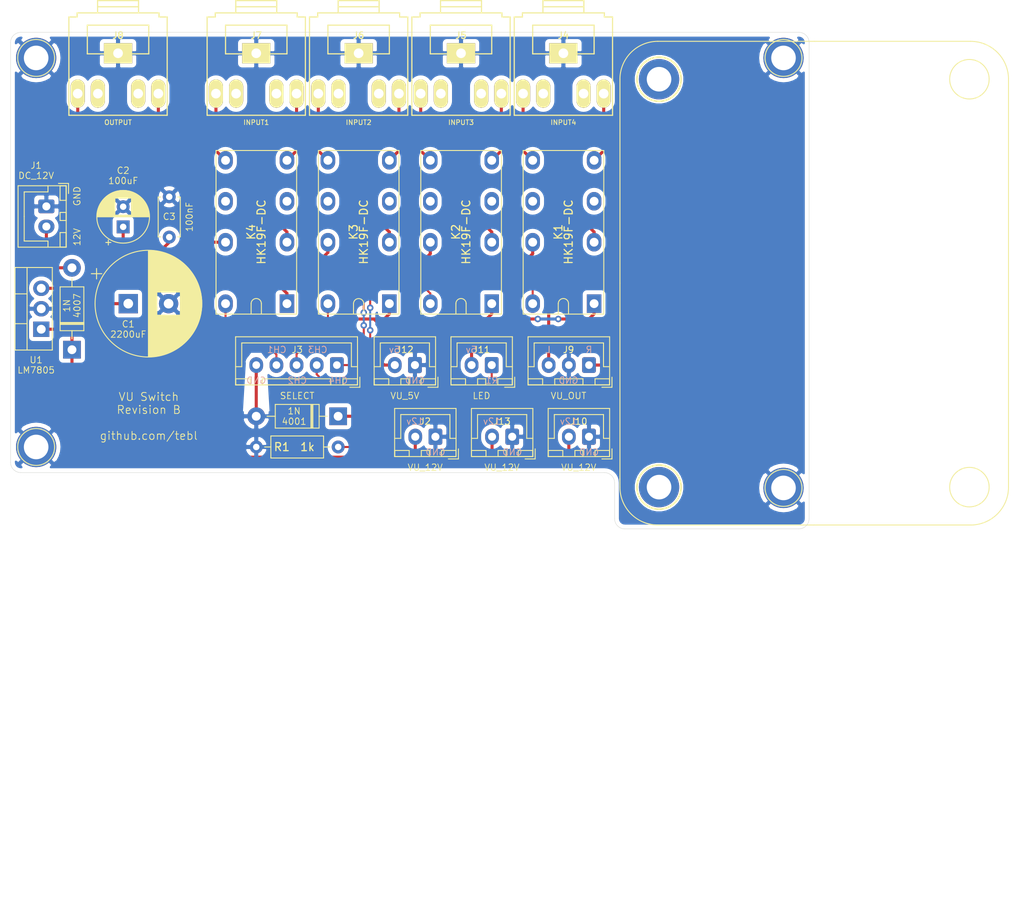
<source format=kicad_pcb>
(kicad_pcb (version 20171130) (host pcbnew "(5.1.8)-1")
  (layers (0 F.Cu signal) (31 B.Cu signal) (34 B.Paste user) (35 F.Paste user) (36 B.SilkS user) (37 F.SilkS user) (38 B.Mask user) (39 F.Mask user) (44 Edge.Cuts user))
  (net 0 "")
  (net 1 GND)
  (net 2 +12V)
  (net 3 +5V)
  (net 4 "Net-(D1-Pad2)")
  (net 5 SELECT_4)
  (net 6 SELECT_3)
  (net 7 SELECT_2)
  (net 8 SELECT_1)
  (net 9 "Net-(J4-Pad5)")
  (net 10 "Net-(J4-Pad2)")
  (net 11 "Net-(J5-Pad2)")
  (net 12 "Net-(J5-Pad5)")
  (net 13 "Net-(J6-Pad5)")
  (net 14 "Net-(J6-Pad2)")
  (net 15 "Net-(J7-Pad2)")
  (net 16 "Net-(J7-Pad5)")
  (net 17 OUT_R)
  (net 18 OUT_L)
  (net 19 "Net-(J11-Pad1)")
  (module HK19F-DC:HK19F-DC (layer F.Cu) (at 161.29 83.82 90)
    (fp_text reference K1 (at 8.89 -4.445 90) (layer F.SilkS))
    (fp_text value HK19F-DC (at 8.89 -3.175 90) (layer F.SilkS))
    (pad 16 thru_hole oval (at 0 -7.62 90) (size 2.3 1.8) (drill 1.1) (layers *.Cu *.Mask) (net 5 SELECT_4))
    (pad 13 thru_hole oval (at 7.62 -7.62 90) (size 2.3 1.8) (drill 1.1) (layers *.Cu *.Mask) (net 18 OUT_L))
    (pad 11 thru_hole oval (at 12.7 -7.62 90) (size 2.3 1.8) (drill 1.1) (layers *.Cu *.Mask))
    (pad 9 thru_hole oval (at 17.78 -7.62 90) (size 2.3 1.8) (drill 1.1) (layers *.Cu *.Mask) (net 9 "Net-(J4-Pad5)"))
    (pad 8 thru_hole oval (at 17.78 0 90) (size 2.3 1.8) (drill 1.1) (layers *.Cu *.Mask) (net 10 "Net-(J4-Pad2)"))
    (pad 6 thru_hole oval (at 12.7 0 90) (size 2.3 1.8) (drill 1.1) (layers *.Cu *.Mask))
    (pad 4 thru_hole oval (at 7.62 0 90) (size 2.3 1.8) (drill 1.1) (layers *.Cu *.Mask) (net 17 OUT_R))
    (pad 1 thru_hole rect (at 0 0 90) (size 2.3 1.8) (drill 1.1) (layers *.Cu *.Mask) (net 3 +5V))
  )
  (module HK19F-DC:HK19F-DC (layer F.Cu) (at 148.59 83.82 90)
    (fp_text reference K2 (at 8.89 -4.445 90) (layer F.SilkS))
    (fp_text value HK19F-DC (at 8.89 -3.175 90) (layer F.SilkS))
    (pad 16 thru_hole oval (at 0 -7.62 90) (size 2.3 1.8) (drill 1.1) (layers *.Cu *.Mask) (net 6 SELECT_3))
    (pad 13 thru_hole oval (at 7.62 -7.62 90) (size 2.3 1.8) (drill 1.1) (layers *.Cu *.Mask) (net 18 OUT_L))
    (pad 11 thru_hole oval (at 12.7 -7.62 90) (size 2.3 1.8) (drill 1.1) (layers *.Cu *.Mask))
    (pad 9 thru_hole oval (at 17.78 -7.62 90) (size 2.3 1.8) (drill 1.1) (layers *.Cu *.Mask) (net 12 "Net-(J5-Pad5)"))
    (pad 8 thru_hole oval (at 17.78 0 90) (size 2.3 1.8) (drill 1.1) (layers *.Cu *.Mask) (net 11 "Net-(J5-Pad2)"))
    (pad 6 thru_hole oval (at 12.7 0 90) (size 2.3 1.8) (drill 1.1) (layers *.Cu *.Mask))
    (pad 4 thru_hole oval (at 7.62 0 90) (size 2.3 1.8) (drill 1.1) (layers *.Cu *.Mask) (net 17 OUT_R))
    (pad 1 thru_hole rect (at 0 0 90) (size 2.3 1.8) (drill 1.1) (layers *.Cu *.Mask) (net 3 +5V))
  )
  (module HK19F-DC:HK19F-DC (layer F.Cu) (at 135.89 83.82 90)
    (fp_text reference K3 (at 8.89 -4.445 90) (layer F.SilkS))
    (fp_text value HK19F-DC (at 8.89 -3.175 90) (layer F.SilkS))
    (pad 16 thru_hole oval (at 0 -7.62 90) (size 2.3 1.8) (drill 1.1) (layers *.Cu *.Mask) (net 7 SELECT_2))
    (pad 13 thru_hole oval (at 7.62 -7.62 90) (size 2.3 1.8) (drill 1.1) (layers *.Cu *.Mask) (net 18 OUT_L))
    (pad 11 thru_hole oval (at 12.7 -7.62 90) (size 2.3 1.8) (drill 1.1) (layers *.Cu *.Mask))
    (pad 9 thru_hole oval (at 17.78 -7.62 90) (size 2.3 1.8) (drill 1.1) (layers *.Cu *.Mask) (net 13 "Net-(J6-Pad5)"))
    (pad 8 thru_hole oval (at 17.78 0 90) (size 2.3 1.8) (drill 1.1) (layers *.Cu *.Mask) (net 14 "Net-(J6-Pad2)"))
    (pad 6 thru_hole oval (at 12.7 0 90) (size 2.3 1.8) (drill 1.1) (layers *.Cu *.Mask))
    (pad 4 thru_hole oval (at 7.62 0 90) (size 2.3 1.8) (drill 1.1) (layers *.Cu *.Mask) (net 17 OUT_R))
    (pad 1 thru_hole rect (at 0 0 90) (size 2.3 1.8) (drill 1.1) (layers *.Cu *.Mask) (net 3 +5V))
  )
  (module HK19F-DC:HK19F-DC (layer F.Cu) (at 123.19 83.82 90)
    (fp_text reference K4 (at 8.89 -4.445 90) (layer F.SilkS))
    (fp_text value HK19F-DC (at 8.89 -3.175 90) (layer F.SilkS))
    (pad 16 thru_hole oval (at 0 -7.62 90) (size 2.3 1.8) (drill 1.1) (layers *.Cu *.Mask) (net 8 SELECT_1))
    (pad 13 thru_hole oval (at 7.62 -7.62 90) (size 2.3 1.8) (drill 1.1) (layers *.Cu *.Mask) (net 18 OUT_L))
    (pad 11 thru_hole oval (at 12.7 -7.62 90) (size 2.3 1.8) (drill 1.1) (layers *.Cu *.Mask))
    (pad 9 thru_hole oval (at 17.78 -7.62 90) (size 2.3 1.8) (drill 1.1) (layers *.Cu *.Mask) (net 16 "Net-(J7-Pad5)"))
    (pad 8 thru_hole oval (at 17.78 0 90) (size 2.3 1.8) (drill 1.1) (layers *.Cu *.Mask) (net 15 "Net-(J7-Pad2)"))
    (pad 6 thru_hole oval (at 12.7 0 90) (size 2.3 1.8) (drill 1.1) (layers *.Cu *.Mask))
    (pad 4 thru_hole oval (at 7.62 0 90) (size 2.3 1.8) (drill 1.1) (layers *.Cu *.Mask) (net 17 OUT_R))
    (pad 1 thru_hole rect (at 0 0 90) (size 2.3 1.8) (drill 1.1) (layers *.Cu *.Mask) (net 3 +5V))
  )
  (module Connector_JST:JST_XH_B5B-XH-A_1x05_P2.50mm_Vertical (layer F.Cu) (at 129.38 91.44 180)
    (fp_text reference J3 (at 4.92 1.905) (layer F.SilkS) (effects (font (size 0.8 0.8) (thickness 0.1))))
    (fp_text value SELECT (at 4.92 -3.81) (layer F.SilkS) (effects (font (size 0.8 0.8) (thickness 0.1))))
    (pad 1 thru_hole roundrect (at 0 0 180) (size 1.7 1.95) (drill 0.95) (layers *.Cu *.Mask) (roundrect_rratio 0.1470588235294118) (net 5 SELECT_4))
    (pad 2 thru_hole oval (at 2.5 0 180) (size 1.7 1.95) (drill 0.95) (layers *.Cu *.Mask) (net 6 SELECT_3))
    (pad 3 thru_hole oval (at 5 0 180) (size 1.7 1.95) (drill 0.95) (layers *.Cu *.Mask) (net 7 SELECT_2))
    (pad 4 thru_hole oval (at 7.5 0 180) (size 1.7 1.95) (drill 0.95) (layers *.Cu *.Mask) (net 8 SELECT_1))
    (pad 5 thru_hole oval (at 10 0 180) (size 1.7 1.95) (drill 0.95) (layers *.Cu *.Mask) (net 1 GND))
  )
  (module Diode_THT:D_DO-41_SOD81_P10.16mm_Horizontal (layer F.Cu) (at 129.54 97.79 180)
    (fp_text reference D2 hide)
    (fp_text value 1n4001)
    (pad 1 thru_hole rect (at 0 0 180) (size 2.2 2.2) (drill 1.1) (layers *.Cu *.Mask) (net 3 +5V))
    (pad 2 thru_hole oval (at 10.16 0 180) (size 2.2 2.2) (drill 1.1) (layers *.Cu *.Mask) (net 1 GND))
  )
  (module Connector_JST:JST_XH_B2B-XH-A_1x02_P2.50mm_Vertical (layer F.Cu) (at 160.655 100.33 180)
    (fp_text reference J10 (at 1.27 1.905) (layer F.SilkS) (effects (font (size 0.8 0.8) (thickness 0.1))))
    (fp_text value VU_12V (at 1.27 -3.81) (layer F.SilkS) (effects (font (size 0.8 0.8) (thickness 0.1))))
    (fp_text user %R (at 1.27 1.905) (layer F.SilkS) (effects (font (size 0.8 0.8) (thickness 0.1))))
    (pad 1 thru_hole roundrect (at 0 0 180) (size 1.7 2) (drill 1) (layers *.Cu *.Mask) (roundrect_rratio 0.1470588235294118) (net 1 GND))
    (pad 2 thru_hole oval (at 2.5 0 180) (size 1.7 2) (drill 1) (layers *.Cu *.Mask) (net 2 +12V))
  )
  (module Connector_JST:JST_XH_B2B-XH-A_1x02_P2.50mm_Vertical (layer F.Cu) (at 141.605 100.33 180)
    (fp_text reference J2 (at 1.27 1.905) (layer F.SilkS) (effects (font (size 0.8 0.8) (thickness 0.1))))
    (fp_text value VU_12V (at 1.27 -3.81) (layer F.SilkS) (effects (font (size 0.8 0.8) (thickness 0.1))))
    (fp_text user %R (at 1.25 1.905) (layer F.SilkS) (effects (font (size 0.8 0.8) (thickness 0.1))))
    (pad 1 thru_hole roundrect (at 0 0 180) (size 1.7 2) (drill 1) (layers *.Cu *.Mask) (roundrect_rratio 0.1470588235294118) (net 1 GND))
    (pad 2 thru_hole oval (at 2.5 0 180) (size 1.7 2) (drill 1) (layers *.Cu *.Mask) (net 2 +12V))
  )
  (module Connector_JST:JST_XH_B2B-XH-A_1x02_P2.50mm_Vertical (layer F.Cu) (at 151.13 100.33 180)
    (fp_text reference J13 (at 1.27 1.905) (layer F.SilkS) (effects (font (size 0.8 0.8) (thickness 0.1))))
    (fp_text value VU_12V (at 1.27 -3.81) (layer F.SilkS) (effects (font (size 0.8 0.8) (thickness 0.1))))
    (fp_text user %R (at 1.27 1.905) (layer F.SilkS) (effects (font (size 0.8 0.8) (thickness 0.1))))
    (pad 2 thru_hole oval (at 2.5 0 180) (size 1.7 2) (drill 1) (layers *.Cu *.Mask) (net 2 +12V))
    (pad 1 thru_hole roundrect (at 0 0 180) (size 1.7 2) (drill 1) (layers *.Cu *.Mask) (roundrect_rratio 0.1470588235294118) (net 1 GND))
  )
  (module Capacitor_THT:C_Disc_D4.7mm_W2.5mm_P5.00mm (layer F.Cu) (at 108.585 75.565 90)
    (fp_text reference C3 (at 2.54 0 180) (layer F.SilkS) (effects (font (size 0.8 0.8) (thickness 0.1))))
    (fp_text value 100nF (at 2.5 2.5 90) (layer F.SilkS) (effects (font (size 0.8 0.8) (thickness 0.1))))
    (pad 1 thru_hole circle (at 0 0 90) (size 1.6 1.6) (drill 0.8) (layers *.Cu *.Mask) (net 3 +5V))
    (pad 2 thru_hole circle (at 5 0 90) (size 1.6 1.6) (drill 0.8) (layers *.Cu *.Mask) (net 1 GND))
  )
  (module "VU Switch:VU_Driver_Board_5.0" (layer F.Cu) (at 188.595 81.28)
    (fp_text reference A1 hide)
    (fp_text value VU_Module)
    (pad "" np_thru_hole circle (at -19.25 25.3 180) (size 5 5) (drill 3.048) (layers *.Cu *.Mask))
    (pad "" np_thru_hole circle (at -19.25 -25.3) (size 5 5) (drill 3.048) (layers *.Cu *.Mask))
  )
  (module "VU Switch:VU_35mm" (layer F.Cu) (at 149.225 149.225)
    (fp_text reference REF** hide)
    (fp_text value VU_35mm)
  )
  (module "VU Switch:VU_35mm" (layer F.Cu) (at 111.125 149.225)
    (fp_text reference REF** hide)
    (fp_text value VU_35mm)
  )
  (module Mounting:M3 (layer F.Cu) (at 92.075 101.6)
    (fp_text reference M1 hide)
    (fp_text value Mounting_pin hide)
    (pad 1 thru_hole circle (at 0 0) (size 5 5) (drill 3.048) (layers *.Cu *.Mask) (net 1 GND))
  )
  (module Mounting:M3 (layer F.Cu) (at 184.785 106.68)
    (fp_text reference M2 hide)
    (fp_text value Mounting_pin hide)
    (pad 1 thru_hole circle (at 0 0) (size 5 5) (drill 3.048) (layers *.Cu *.Mask) (net 1 GND))
  )
  (module Mounting:M3 (layer F.Cu) (at 184.785 53.34)
    (fp_text reference M3 hide)
    (fp_text value Mounting_pin hide)
    (pad 1 thru_hole circle (at 0 0) (size 5 5) (drill 3.048) (layers *.Cu *.Mask) (net 1 GND))
  )
  (module Mounting:M3 (layer F.Cu) (at 92.075 53.34)
    (fp_text reference M4 hide)
    (fp_text value Mounting_pin hide)
    (pad 1 thru_hole circle (at 0 0) (size 5 5) (drill 3.048) (layers *.Cu *.Mask) (net 1 GND))
  )
  (module Capacitor_THT:CP_Radial_D13.0mm_P5.00mm (layer F.Cu) (at 103.505 83.82)
    (fp_text reference C1 (at 0 2.54) (layer F.SilkS) (effects (font (size 0.8 0.8) (thickness 0.1))))
    (fp_text value 2200uF (at 0 3.81) (layer F.SilkS) (effects (font (size 0.8 0.8) (thickness 0.1))))
    (pad 1 thru_hole rect (at 0 0) (size 2.4 2.4) (drill 1.2) (layers *.Cu *.Mask) (net 2 +12V))
    (pad 2 thru_hole circle (at 5 0) (size 2.4 2.4) (drill 1.2) (layers *.Cu *.Mask) (net 1 GND))
  )
  (module Capacitor_THT:CP_Radial_D6.3mm_P2.50mm (layer F.Cu) (at 102.87 74.295 90)
    (fp_text reference C2 (at 6.985 0 180) (layer F.SilkS) (effects (font (size 0.8 0.8) (thickness 0.1))))
    (fp_text value 100uF (at 5.715 0 180) (layer F.SilkS) (effects (font (size 0.8 0.8) (thickness 0.1))))
    (pad 2 thru_hole circle (at 2.5 0 90) (size 1.6 1.6) (drill 0.8) (layers *.Cu *.Mask) (net 1 GND))
    (pad 1 thru_hole rect (at 0 0 90) (size 1.6 1.6) (drill 0.8) (layers *.Cu *.Mask) (net 3 +5V))
  )
  (module Diode_THT:D_DO-41_SOD81_P10.16mm_Horizontal (layer F.Cu) (at 96.52 89.535 90)
    (fp_text reference D1 hide)
    (fp_text value 1n4007 hide)
    (pad 2 thru_hole oval (at 10.16 0 90) (size 2.2 2.2) (drill 1.1) (layers *.Cu *.Mask) (net 4 "Net-(D1-Pad2)"))
    (pad 1 thru_hole rect (at 0 0 90) (size 2.2 2.2) (drill 1.1) (layers *.Cu *.Mask) (net 2 +12V))
  )
  (module audio_jack:Tayda_3.5mm_stereo_TRS_jack_A-853 (layer F.Cu) (at 157.48 54.356)
    (fp_text reference J4 (at 0 -3.81) (layer F.SilkS) (effects (font (size 0.8 0.8))))
    (fp_text value INPUT4 (at 0 6.985) (layer F.SilkS) (effects (font (size 0.6 0.6) (thickness 0.1))))
    (pad 4 thru_hole oval (at -2.5 3.41) (size 1.75 3.5) (drill 1.2) (layers *.Cu *.Mask F.SilkS))
    (pad 3 thru_hole oval (at 2.5 3.41) (size 1.75 3.5) (drill 1.2) (layers *.Cu *.Mask F.SilkS))
    (pad 5 thru_hole oval (at -5 3.41) (size 1.75 3.5) (drill 1.2) (layers *.Cu *.Mask F.SilkS) (net 9 "Net-(J4-Pad5)"))
    (pad 2 thru_hole oval (at 5 3.41) (size 1.75 3.5) (drill 1.2) (layers *.Cu *.Mask F.SilkS) (net 10 "Net-(J4-Pad2)"))
    (pad 1 thru_hole rect (at 0 -1.596) (size 3.5 2.5) (drill 1.2) (layers *.Cu *.Mask F.SilkS) (net 1 GND))
  )
  (module audio_jack:Tayda_3.5mm_stereo_TRS_jack_A-853 (layer F.Cu) (at 144.78 54.356)
    (fp_text reference J5 (at 0 -3.81) (layer F.SilkS) (effects (font (size 0.8 0.8))))
    (fp_text value INPUT3 (at 0 6.985) (layer F.SilkS) (effects (font (size 0.6 0.6) (thickness 0.1))))
    (pad 1 thru_hole rect (at 0 -1.596) (size 3.5 2.5) (drill 1.2) (layers *.Cu *.Mask F.SilkS) (net 1 GND))
    (pad 2 thru_hole oval (at 5 3.41) (size 1.75 3.5) (drill 1.2) (layers *.Cu *.Mask F.SilkS) (net 11 "Net-(J5-Pad2)"))
    (pad 5 thru_hole oval (at -5 3.41) (size 1.75 3.5) (drill 1.2) (layers *.Cu *.Mask F.SilkS) (net 12 "Net-(J5-Pad5)"))
    (pad 3 thru_hole oval (at 2.5 3.41) (size 1.75 3.5) (drill 1.2) (layers *.Cu *.Mask F.SilkS))
    (pad 4 thru_hole oval (at -2.5 3.41) (size 1.75 3.5) (drill 1.2) (layers *.Cu *.Mask F.SilkS))
  )
  (module audio_jack:Tayda_3.5mm_stereo_TRS_jack_A-853 (layer F.Cu) (at 132.08 54.356)
    (fp_text reference J6 (at 0 -3.81) (layer F.SilkS) (effects (font (size 0.8 0.8))))
    (fp_text value INPUT2 (at 0 6.985) (layer F.SilkS) (effects (font (size 0.6 0.6) (thickness 0.1))))
    (pad 4 thru_hole oval (at -2.5 3.41) (size 1.75 3.5) (drill 1.2) (layers *.Cu *.Mask F.SilkS))
    (pad 3 thru_hole oval (at 2.5 3.41) (size 1.75 3.5) (drill 1.2) (layers *.Cu *.Mask F.SilkS))
    (pad 5 thru_hole oval (at -5 3.41) (size 1.75 3.5) (drill 1.2) (layers *.Cu *.Mask F.SilkS) (net 13 "Net-(J6-Pad5)"))
    (pad 2 thru_hole oval (at 5 3.41) (size 1.75 3.5) (drill 1.2) (layers *.Cu *.Mask F.SilkS) (net 14 "Net-(J6-Pad2)"))
    (pad 1 thru_hole rect (at 0 -1.596) (size 3.5 2.5) (drill 1.2) (layers *.Cu *.Mask F.SilkS) (net 1 GND))
  )
  (module audio_jack:Tayda_3.5mm_stereo_TRS_jack_A-853 (layer F.Cu) (at 119.38 54.356)
    (fp_text reference J7 (at 0 -3.81) (layer F.SilkS) (effects (font (size 0.8 0.8))))
    (fp_text value INPUT1 (at 0 6.985) (layer F.SilkS) (effects (font (size 0.6 0.6) (thickness 0.1))))
    (pad 1 thru_hole rect (at 0 -1.596) (size 3.5 2.5) (drill 1.2) (layers *.Cu *.Mask F.SilkS) (net 1 GND))
    (pad 2 thru_hole oval (at 5 3.41) (size 1.75 3.5) (drill 1.2) (layers *.Cu *.Mask F.SilkS) (net 15 "Net-(J7-Pad2)"))
    (pad 5 thru_hole oval (at -5 3.41) (size 1.75 3.5) (drill 1.2) (layers *.Cu *.Mask F.SilkS) (net 16 "Net-(J7-Pad5)"))
    (pad 3 thru_hole oval (at 2.5 3.41) (size 1.75 3.5) (drill 1.2) (layers *.Cu *.Mask F.SilkS))
    (pad 4 thru_hole oval (at -2.5 3.41) (size 1.75 3.5) (drill 1.2) (layers *.Cu *.Mask F.SilkS))
  )
  (module audio_jack:Tayda_3.5mm_stereo_TRS_jack_A-853 (layer F.Cu) (at 102.235 54.356)
    (fp_text reference J8 (at 0 -3.81) (layer F.SilkS) (effects (font (size 0.8 0.8))))
    (fp_text value OUTPUT (at 0 6.985) (layer F.SilkS) (effects (font (size 0.6 0.6) (thickness 0.1))))
    (pad 1 thru_hole rect (at 0 -1.596) (size 3.5 2.5) (drill 1.2) (layers *.Cu *.Mask F.SilkS) (net 1 GND))
    (pad 2 thru_hole oval (at 5 3.41) (size 1.75 3.5) (drill 1.2) (layers *.Cu *.Mask F.SilkS) (net 17 OUT_R))
    (pad 5 thru_hole oval (at -5 3.41) (size 1.75 3.5) (drill 1.2) (layers *.Cu *.Mask F.SilkS) (net 18 OUT_L))
    (pad 3 thru_hole oval (at 2.5 3.41) (size 1.75 3.5) (drill 1.2) (layers *.Cu *.Mask F.SilkS))
    (pad 4 thru_hole oval (at -2.5 3.41) (size 1.75 3.5) (drill 1.2) (layers *.Cu *.Mask F.SilkS))
  )
  (module Connector_JST:JST_XH_B3B-XH-A_1x03_P2.50mm_Vertical (layer F.Cu) (at 160.655 91.44 180)
    (fp_text reference J9 (at 2.54 1.905) (layer F.SilkS) (effects (font (size 0.8 0.8) (thickness 0.1))))
    (fp_text value VU_OUT (at 2.54 -3.81) (layer F.SilkS) (effects (font (size 0.8 0.8) (thickness 0.1))))
    (fp_text user %R (at 2.54 1.905) (layer F.SilkS) (effects (font (size 0.8 0.8) (thickness 0.1))))
    (pad 1 thru_hole roundrect (at 0 0 180) (size 1.7 1.95) (drill 0.95) (layers *.Cu *.Mask) (roundrect_rratio 0.1470588235294118) (net 17 OUT_R))
    (pad 2 thru_hole oval (at 2.5 0 180) (size 1.7 1.95) (drill 0.95) (layers *.Cu *.Mask) (net 1 GND))
    (pad 3 thru_hole oval (at 5 0 180) (size 1.7 1.95) (drill 0.95) (layers *.Cu *.Mask) (net 18 OUT_L))
  )
  (module Connector_JST:JST_XH_B2B-XH-A_1x02_P2.50mm_Vertical (layer F.Cu) (at 148.59 91.44 180)
    (fp_text reference J11 (at 1.27 1.905) (layer F.SilkS) (effects (font (size 0.8 0.8) (thickness 0.1))))
    (fp_text value LED (at 1.27 -3.81) (layer F.SilkS) (effects (font (size 0.8 0.8) (thickness 0.1))))
    (fp_text user %R (at 1.27 1.905) (layer F.SilkS) (effects (font (size 0.8 0.8) (thickness 0.1))))
    (pad 2 thru_hole oval (at 2.5 0 180) (size 1.7 2) (drill 1) (layers *.Cu *.Mask) (net 3 +5V))
    (pad 1 thru_hole roundrect (at 0 0 180) (size 1.7 2) (drill 1) (layers *.Cu *.Mask) (roundrect_rratio 0.1470588235294118) (net 19 "Net-(J11-Pad1)"))
  )
  (module Connector_JST:JST_XH_B2B-XH-A_1x02_P2.50mm_Vertical (layer F.Cu) (at 139.065 91.44 180)
    (fp_text reference J12 (at 1.25 1.905) (layer F.SilkS) (effects (font (size 0.8 0.8) (thickness 0.1))))
    (fp_text value VU_5V (at 1.25 -3.81) (layer F.SilkS) (effects (font (size 0.8 0.8) (thickness 0.1))))
    (fp_text user %R (at 1.25 1.905) (layer F.SilkS) (effects (font (size 0.8 0.8) (thickness 0.1))))
    (pad 1 thru_hole roundrect (at 0 0 180) (size 1.7 2) (drill 1) (layers *.Cu *.Mask) (roundrect_rratio 0.1470588235294118) (net 1 GND))
    (pad 2 thru_hole oval (at 2.5 0 180) (size 1.7 2) (drill 1) (layers *.Cu *.Mask) (net 3 +5V))
  )
  (module Resistor_THT:R_Axial_DIN0207_L6.3mm_D2.5mm_P10.16mm_Horizontal (layer F.Cu) (at 129.54 101.6 180)
    (fp_text reference R1 (at 6.985 0) (layer F.SilkS))
    (fp_text value 1k (at 3.81 0) (layer F.SilkS))
    (pad 1 thru_hole circle (at 0 0 180) (size 1.6 1.6) (drill 0.8) (layers *.Cu *.Mask) (net 19 "Net-(J11-Pad1)"))
    (pad 2 thru_hole oval (at 10.16 0 180) (size 1.6 1.6) (drill 0.8) (layers *.Cu *.Mask) (net 1 GND))
  )
  (module Package_TO_SOT_THT:TO-220-3_Vertical (layer F.Cu) (at 92.71 86.995 90)
    (fp_text reference U1 (at -3.81 -0.635 180) (layer F.SilkS) (effects (font (size 0.8 0.8) (thickness 0.1))))
    (fp_text value LM7805_TO220)
    (pad 1 thru_hole rect (at 0 0 90) (size 1.905 2) (drill 1.1) (layers *.Cu *.Mask) (net 2 +12V))
    (pad 2 thru_hole oval (at 2.54 0 90) (size 1.905 2) (drill 1.1) (layers *.Cu *.Mask) (net 1 GND))
    (pad 3 thru_hole oval (at 5.08 0 90) (size 1.905 2) (drill 1.1) (layers *.Cu *.Mask) (net 3 +5V))
  )
  (module Connector_JST:JST_XH_B2B-XH-A_1x02_P2.50mm_Vertical (layer F.Cu) (at 93.345 71.755 270)
    (fp_text reference J1 (at -5.08 1.27 180) (layer F.SilkS) (effects (font (size 0.8 0.8) (thickness 0.1))))
    (fp_text value DC_12V (at -3.81 1.27 180) (layer F.SilkS) (effects (font (size 0.8 0.8) (thickness 0.1))))
    (pad 1 thru_hole roundrect (at 0 0 270) (size 1.7 2) (drill 1) (layers *.Cu *.Mask) (roundrect_rratio 0.1470588235294118) (net 1 GND))
    (pad 2 thru_hole oval (at 2.5 0 270) (size 1.7 2) (drill 1) (layers *.Cu *.Mask) (net 4 "Net-(D1-Pad2)"))
  )
  (gr_text CH4 (at 129.54 93.345) (layer B.SilkS) (effects (font (size 0.8 0.8) (thickness 0.1)) (justify mirror)))
  (gr_text CH3 (at 127 89.535) (layer B.SilkS) (effects (font (size 0.8 0.8) (thickness 0.1)) (justify mirror)))
  (gr_text CH2 (at 124.46 93.345) (layer B.SilkS) (effects (font (size 0.8 0.8) (thickness 0.1)) (justify mirror)))
  (gr_text CH1 (at 121.92 89.535) (layer B.SilkS) (effects (font (size 0.8 0.8) (thickness 0.1)) (justify mirror)))
  (gr_text GND (at 119.38 93.345) (layer B.SilkS) (effects (font (size 0.8 0.8) (thickness 0.1)) (justify mirror)))
  (gr_text R1 (at 148.59 93.345) (layer B.SilkS) (effects (font (size 0.8 0.8) (thickness 0.1)) (justify mirror)))
  (gr_text GND (at 139.065 93.345) (layer B.SilkS) (effects (font (size 0.8 0.8) (thickness 0.1)) (justify mirror)))
  (gr_text GND (at 158.115 93.345) (layer B.SilkS) (effects (font (size 0.8 0.8) (thickness 0.1)) (justify mirror)))
  (gr_text GND (at 160.655 102.235) (layer B.SilkS) (effects (font (size 0.8 0.8) (thickness 0.1)) (justify mirror)))
  (gr_text GND (at 151.13 102.235) (layer B.SilkS) (effects (font (size 0.8 0.8) (thickness 0.1)) (justify mirror)))
  (gr_text GND (at 141.605 102.235) (layer B.SilkS) (effects (font (size 0.8 0.8) (thickness 0.1)) (justify mirror)))
  (gr_text 12v (at 158.115 98.425) (layer B.SilkS) (effects (font (size 0.8 0.8) (thickness 0.1)) (justify mirror)))
  (gr_text 12v (at 139.065 98.425) (layer B.SilkS) (effects (font (size 0.8 0.8) (thickness 0.1)) (justify mirror)))
  (gr_text 12v (at 148.59 98.425) (layer B.SilkS) (effects (font (size 0.8 0.8) (thickness 0.1)) (justify mirror)))
  (gr_text 5v (at 136.525 89.535) (layer B.SilkS) (effects (font (size 0.8 0.8) (thickness 0.1)) (justify mirror)))
  (gr_text 5v (at 146.05 89.535) (layer B.SilkS) (effects (font (size 0.8 0.8) (thickness 0.1)) (justify mirror)))
  (gr_text R (at 160.655 89.535) (layer B.SilkS) (effects (font (size 0.8 0.8) (thickness 0.1)) (justify mirror)))
  (gr_text L (at 155.575 89.535) (layer B.SilkS) (effects (font (size 0.8 0.8) (thickness 0.1)) (justify mirror)))
  (gr_circle (center 169.345 55.98) (end 172.085 55.98) (layer F.SilkS) (width 0.2))
  (gr_circle (center 169.345 106.58) (end 172.085 106.58) (layer F.SilkS) (width 0.2))
  (gr_text "VU Switch\nRevision B\n\ngithub.com/tebl" (at 106.045 97.79) (layer F.SilkS) (effects (font (size 1 1) (thickness 0.1))))
  (gr_text "1N\n4007" (at 96.52 84.074 90) (layer F.SilkS) (effects (font (size 0.8 0.8) (thickness 0.1))))
  (gr_text "1N\n4001" (at 124.079 97.79) (layer F.SilkS) (effects (font (size 0.8 0.8) (thickness 0.1))))
  (gr_arc (start 90.17 103.505) (end 88.9 103.505) (angle -90) (layer Edge.Cuts) (width 0.05))
  (gr_line (start 162.56 104.775) (end 90.17 104.775) (layer Edge.Cuts) (width 0.05))
  (gr_line (start 163.83 110.49) (end 163.83 106.045) (layer Edge.Cuts) (width 0.05))
  (gr_arc (start 162.56 106.045) (end 163.83 106.045) (angle -90) (layer Edge.Cuts) (width 0.05))
  (gr_arc (start 165.1 110.49) (end 163.83 110.49) (angle -90) (layer Edge.Cuts) (width 0.05))
  (gr_text GND (at 97.155 70.485 90) (layer F.SilkS) (effects (font (size 0.8 0.8) (thickness 0.1))))
  (gr_text 12V (at 97.155 75.565 90) (layer F.SilkS) (effects (font (size 0.8 0.8) (thickness 0.1))))
  (gr_text LM7805 (at 92.075 92.075) (layer F.SilkS) (effects (font (size 0.8 0.8) (thickness 0.1))))
  (gr_arc (start 186.69 51.435) (end 187.96 51.435) (angle -90) (layer Edge.Cuts) (width 0.05))
  (gr_arc (start 186.69 110.49) (end 186.69 111.76) (angle -90) (layer Edge.Cuts) (width 0.05))
  (gr_arc (start 90.17 51.435) (end 90.17 50.165) (angle -90) (layer Edge.Cuts) (width 0.05))
  (gr_line (start 186.69 50.165) (end 138.43 50.165) (layer Edge.Cuts) (width 0.05))
  (gr_line (start 187.96 110.49) (end 187.96 51.435) (layer Edge.Cuts) (width 0.05))
  (gr_line (start 165.1 111.76) (end 186.69 111.76) (layer Edge.Cuts) (width 0.05))
  (gr_line (start 88.9 51.435) (end 88.9 103.505) (layer Edge.Cuts) (width 0.05))
  (gr_line (start 138.43 50.165) (end 90.17 50.165) (layer Edge.Cuts) (width 0.05))
  (segment (start 119.38 91.44) (end 119.38 97.155) (width 0.381) (layer F.Cu) (net 1))
  (segment (start 92.71 86.995) (end 95.885 86.995) (width 0.381) (layer F.Cu) (net 2))
  (segment (start 96.52 89.535) (end 96.52 87.63) (width 0.381) (layer F.Cu) (net 2))
  (segment (start 96.52 87.63) (end 96.52 86.995) (width 0.381) (layer F.Cu) (net 2))
  (segment (start 95.885 86.995) (end 96.52 86.995) (width 0.381) (layer F.Cu) (net 2))
  (segment (start 139.7 102.87) (end 147.955 102.87) (width 0.381) (layer F.Cu) (net 2))
  (segment (start 148.63 102.195) (end 148.63 100.33) (width 0.381) (layer F.Cu) (net 2))
  (segment (start 147.955 102.87) (end 148.63 102.195) (width 0.381) (layer F.Cu) (net 2))
  (segment (start 147.955 102.87) (end 157.48 102.87) (width 0.381) (layer F.Cu) (net 2))
  (segment (start 158.155 102.195) (end 158.155 100.33) (width 0.381) (layer F.Cu) (net 2))
  (segment (start 157.48 102.87) (end 158.155 102.195) (width 0.381) (layer F.Cu) (net 2))
  (segment (start 96.52 101.6) (end 96.52 89.535) (width 0.381) (layer F.Cu) (net 2))
  (segment (start 97.79 102.87) (end 96.52 101.6) (width 0.381) (layer F.Cu) (net 2))
  (segment (start 138.43 102.87) (end 97.79 102.87) (width 0.381) (layer F.Cu) (net 2))
  (segment (start 138.43 102.87) (end 139.7 102.87) (width 0.381) (layer F.Cu) (net 2))
  (segment (start 139.105 102.195) (end 138.43 102.87) (width 0.381) (layer F.Cu) (net 2))
  (segment (start 139.105 100.33) (end 139.105 102.195) (width 0.381) (layer F.Cu) (net 2))
  (segment (start 99.695 83.82) (end 96.52 86.995) (width 0.381) (layer F.Cu) (net 2))
  (segment (start 103.505 83.82) (end 99.695 83.82) (width 0.381) (layer F.Cu) (net 2))
  (segment (start 103.505 76.835) (end 107.95 76.835) (width 0.381) (layer F.Cu) (net 3))
  (segment (start 107.95 76.835) (end 108.585 76.2) (width 0.381) (layer F.Cu) (net 3))
  (segment (start 108.585 76.2) (end 108.585 75.565) (width 0.381) (layer F.Cu) (net 3))
  (segment (start 103.505 76.835) (end 102.87 76.835) (width 0.381) (layer F.Cu) (net 3))
  (segment (start 102.87 76.835) (end 102.87 74.295) (width 0.381) (layer F.Cu) (net 3))
  (segment (start 100.33 79.375) (end 102.87 76.835) (width 0.381) (layer F.Cu) (net 3))
  (segment (start 97.79 81.915) (end 100.33 79.375) (width 0.381) (layer F.Cu) (net 3))
  (segment (start 92.71 81.915) (end 97.79 81.915) (width 0.381) (layer F.Cu) (net 3))
  (segment (start 135.255 91.44) (end 134.62 90.805) (width 0.381) (layer F.Cu) (net 3))
  (segment (start 136.565 91.44) (end 135.255 91.44) (width 0.381) (layer F.Cu) (net 3))
  (segment (start 148.59 85.09) (end 148.59 83.82) (width 0.381) (layer F.Cu) (net 3))
  (segment (start 147.955 85.725) (end 148.59 85.09) (width 0.381) (layer F.Cu) (net 3))
  (via (at 154.305 85.725) (size 0.8) (drill 0.4) (layers F.Cu B.Cu) (net 3))
  (segment (start 147.955 85.725) (end 154.305 85.725) (width 0.381) (layer F.Cu) (net 3))
  (segment (start 146.685 85.725) (end 147.955 85.725) (width 0.381) (layer F.Cu) (net 3))
  (segment (start 135.89 85.09) (end 135.255 85.725) (width 0.381) (layer F.Cu) (net 3))
  (segment (start 135.89 83.82) (end 135.89 85.09) (width 0.381) (layer F.Cu) (net 3))
  (segment (start 134.62 85.725) (end 135.255 85.725) (width 0.381) (layer F.Cu) (net 3))
  (segment (start 129.54 97.79) (end 133.985 97.79) (width 0.381) (layer F.Cu) (net 3))
  (segment (start 134.62 97.155) (end 134.62 90.805) (width 0.381) (layer F.Cu) (net 3))
  (segment (start 133.985 97.79) (end 134.62 97.155) (width 0.381) (layer F.Cu) (net 3))
  (segment (start 133.985 85.725) (end 134.62 85.725) (width 0.381) (layer F.Cu) (net 3))
  (segment (start 134.62 86.36) (end 133.985 85.725) (width 0.381) (layer F.Cu) (net 3))
  (segment (start 134.62 90.805) (end 134.62 86.36) (width 0.381) (layer F.Cu) (net 3))
  (segment (start 145.415 85.725) (end 146.685 85.725) (width 0.381) (layer F.Cu) (net 3))
  (segment (start 135.255 85.725) (end 145.415 85.725) (width 0.381) (layer F.Cu) (net 3))
  (segment (start 146.09 86.4) (end 145.415 85.725) (width 0.381) (layer F.Cu) (net 3))
  (segment (start 146.09 91.44) (end 146.09 86.4) (width 0.381) (layer F.Cu) (net 3))
  (segment (start 111.125 80.01) (end 107.95 76.835) (width 0.381) (layer F.Cu) (net 3))
  (segment (start 154.305 85.725) (end 156.845 85.725) (width 0.381) (layer B.Cu) (net 3))
  (via (at 156.845 85.725) (size 0.8) (drill 0.4) (layers F.Cu B.Cu) (net 3))
  (segment (start 160.655 85.725) (end 156.845 85.725) (width 0.381) (layer F.Cu) (net 3))
  (segment (start 161.29 85.09) (end 160.655 85.725) (width 0.381) (layer F.Cu) (net 3))
  (segment (start 161.29 83.82) (end 161.29 85.09) (width 0.381) (layer F.Cu) (net 3))
  (segment (start 123.19 83.82) (end 123.19 82.55) (width 0.381) (layer F.Cu) (net 3))
  (segment (start 123.19 82.55) (end 122.555 81.915) (width 0.381) (layer F.Cu) (net 3))
  (segment (start 113.03 81.915) (end 111.125 80.01) (width 0.381) (layer F.Cu) (net 3))
  (segment (start 122.555 81.915) (end 113.03 81.915) (width 0.381) (layer F.Cu) (net 3))
  (segment (start 122.555 81.915) (end 129.54 81.915) (width 0.381) (layer F.Cu) (net 3))
  (segment (start 129.54 81.915) (end 130.81 83.185) (width 0.381) (layer F.Cu) (net 3))
  (segment (start 130.81 85.09) (end 131.445 85.725) (width 0.381) (layer F.Cu) (net 3))
  (segment (start 130.81 83.185) (end 130.81 85.09) (width 0.381) (layer F.Cu) (net 3))
  (segment (start 131.445 85.725) (end 133.985 85.725) (width 0.381) (layer F.Cu) (net 3))
  (segment (start 93.345 74.255) (end 93.345 78.74) (width 0.381) (layer F.Cu) (net 4))
  (segment (start 93.98 79.375) (end 96.52 79.375) (width 0.381) (layer F.Cu) (net 4))
  (segment (start 93.345 78.74) (end 93.98 79.375) (width 0.381) (layer F.Cu) (net 4))
  (via (at 132.715 86.5155) (size 0.8) (drill 0.4) (layers F.Cu B.Cu) (net 5))
  (segment (start 132.715 86.5155) (end 132.715 84.9345) (width 0.25) (layer B.Cu) (net 5))
  (via (at 132.715 84.9345) (size 0.8) (drill 0.4) (layers F.Cu B.Cu) (net 5))
  (segment (start 132.715 90.805) (end 132.715 86.5155) (width 0.25) (layer F.Cu) (net 5))
  (segment (start 132.08 91.44) (end 132.715 90.805) (width 0.25) (layer F.Cu) (net 5))
  (segment (start 129.38 91.44) (end 132.08 91.44) (width 0.25) (layer F.Cu) (net 5))
  (segment (start 132.715 81.915) (end 132.715 84.9345) (width 0.25) (layer F.Cu) (net 5))
  (segment (start 153.035 81.28) (end 133.35 81.28) (width 0.25) (layer F.Cu) (net 5))
  (segment (start 133.35 81.28) (end 132.715 81.915) (width 0.25) (layer F.Cu) (net 5))
  (segment (start 153.67 81.915) (end 153.035 81.28) (width 0.25) (layer F.Cu) (net 5))
  (segment (start 153.67 81.915) (end 153.67 83.82) (width 0.25) (layer F.Cu) (net 5))
  (segment (start 140.97 83.82) (end 140.97 82.55) (width 0.25) (layer F.Cu) (net 6))
  (segment (start 140.97 82.55) (end 140.335 81.915) (width 0.25) (layer F.Cu) (net 6))
  (segment (start 140.335 81.915) (end 133.985 81.915) (width 0.25) (layer F.Cu) (net 6))
  (via (at 133.513036 84.331888) (size 0.8) (drill 0.4) (layers F.Cu B.Cu) (net 6))
  (segment (start 133.513036 82.386964) (end 133.513036 84.331888) (width 0.25) (layer F.Cu) (net 6))
  (segment (start 133.985 81.915) (end 133.513036 82.386964) (width 0.25) (layer F.Cu) (net 6))
  (via (at 133.513036 87.118112) (size 0.8) (drill 0.4) (layers F.Cu B.Cu) (net 6))
  (segment (start 133.513036 84.331888) (end 133.513036 87.118112) (width 0.25) (layer B.Cu) (net 6))
  (segment (start 133.513036 87.118112) (end 133.513036 92.546964) (width 0.25) (layer F.Cu) (net 6))
  (segment (start 133.513036 92.546964) (end 132.715 93.345) (width 0.25) (layer F.Cu) (net 6))
  (segment (start 132.715 93.345) (end 127.635 93.345) (width 0.25) (layer F.Cu) (net 6))
  (segment (start 126.88 92.59) (end 126.88 91.44) (width 0.25) (layer F.Cu) (net 6))
  (segment (start 127.635 93.345) (end 126.88 92.59) (width 0.25) (layer F.Cu) (net 6))
  (segment (start 128.27 86.5155) (end 128.27 88.9) (width 0.25) (layer F.Cu) (net 7))
  (segment (start 128.27 88.9) (end 127.635 89.535) (width 0.25) (layer F.Cu) (net 7))
  (segment (start 124.935 89.535) (end 124.38 90.09) (width 0.25) (layer F.Cu) (net 7))
  (segment (start 127.635 89.535) (end 124.935 89.535) (width 0.25) (layer F.Cu) (net 7))
  (segment (start 124.38 91.44) (end 124.38 90.09) (width 0.25) (layer F.Cu) (net 7))
  (segment (start 128.27 86.5155) (end 128.27 83.82) (width 0.25) (layer F.Cu) (net 7))
  (segment (start 115.57 88.9) (end 115.57 86.515482) (width 0.25) (layer F.Cu) (net 8))
  (segment (start 116.225 89.555) (end 115.57 88.9) (width 0.25) (layer F.Cu) (net 8))
  (segment (start 121.305 89.555) (end 116.225 89.555) (width 0.25) (layer F.Cu) (net 8))
  (segment (start 121.88 90.13) (end 121.305 89.555) (width 0.25) (layer F.Cu) (net 8))
  (segment (start 121.88 91.44) (end 121.88 90.13) (width 0.25) (layer F.Cu) (net 8))
  (segment (start 115.57 86.515482) (end 115.57 83.82) (width 0.25) (layer F.Cu) (net 8))
  (segment (start 152.48 64.85) (end 153.67 66.04) (width 0.381) (layer F.Cu) (net 9))
  (segment (start 152.48 64.85) (end 152.48 57.766) (width 0.381) (layer F.Cu) (net 9))
  (segment (start 162.48 64.85) (end 161.29 66.04) (width 0.381) (layer F.Cu) (net 10))
  (segment (start 162.48 64.85) (end 162.48 57.766) (width 0.381) (layer F.Cu) (net 10))
  (segment (start 149.78 64.85) (end 148.59 66.04) (width 0.381) (layer F.Cu) (net 11))
  (segment (start 149.78 64.85) (end 149.78 57.766) (width 0.381) (layer F.Cu) (net 11))
  (segment (start 139.78 64.85) (end 140.97 66.04) (width 0.381) (layer F.Cu) (net 12))
  (segment (start 139.78 64.85) (end 139.78 57.766) (width 0.381) (layer F.Cu) (net 12))
  (segment (start 127.08 64.85) (end 128.27 66.04) (width 0.381) (layer F.Cu) (net 13))
  (segment (start 127.08 64.85) (end 127.08 57.766) (width 0.381) (layer F.Cu) (net 13))
  (segment (start 137.08 64.85) (end 135.89 66.04) (width 0.381) (layer F.Cu) (net 14))
  (segment (start 137.08 64.85) (end 137.08 57.766) (width 0.381) (layer F.Cu) (net 14))
  (segment (start 124.38 64.85) (end 123.19 66.04) (width 0.381) (layer F.Cu) (net 15))
  (segment (start 124.38 64.85) (end 124.38 57.766) (width 0.381) (layer F.Cu) (net 15))
  (segment (start 114.38 64.85) (end 115.57 66.04) (width 0.381) (layer F.Cu) (net 16))
  (segment (start 114.38 64.85) (end 114.38 57.766) (width 0.381) (layer F.Cu) (net 16))
  (segment (start 161.29 74.93) (end 161.29 76.2) (width 0.381) (layer F.Cu) (net 17))
  (segment (start 160.655 74.295) (end 161.29 74.93) (width 0.381) (layer F.Cu) (net 17))
  (segment (start 158.75 74.295) (end 160.655 74.295) (width 0.381) (layer F.Cu) (net 17))
  (segment (start 149.225 74.295) (end 158.75 74.295) (width 0.381) (layer F.Cu) (net 17))
  (segment (start 148.59 76.2) (end 148.59 74.93) (width 0.381) (layer F.Cu) (net 17))
  (segment (start 148.59 74.93) (end 147.955 74.295) (width 0.381) (layer F.Cu) (net 17))
  (segment (start 147.955 74.295) (end 149.225 74.295) (width 0.381) (layer F.Cu) (net 17))
  (segment (start 136.525 74.295) (end 147.955 74.295) (width 0.381) (layer F.Cu) (net 17))
  (segment (start 135.89 74.93) (end 135.255 74.295) (width 0.381) (layer F.Cu) (net 17))
  (segment (start 135.89 76.2) (end 135.89 74.93) (width 0.381) (layer F.Cu) (net 17))
  (segment (start 135.255 74.295) (end 136.525 74.295) (width 0.381) (layer F.Cu) (net 17))
  (segment (start 123.825 74.295) (end 135.255 74.295) (width 0.381) (layer F.Cu) (net 17))
  (segment (start 123.19 74.93) (end 122.555 74.295) (width 0.381) (layer F.Cu) (net 17))
  (segment (start 123.19 76.2) (end 123.19 74.93) (width 0.381) (layer F.Cu) (net 17))
  (segment (start 123.825 74.295) (end 122.555 74.295) (width 0.381) (layer F.Cu) (net 17))
  (segment (start 112.395 69.215) (end 107.235 64.055) (width 0.381) (layer F.Cu) (net 17))
  (segment (start 112.395 73.025) (end 112.395 69.215) (width 0.381) (layer F.Cu) (net 17))
  (segment (start 113.665 74.295) (end 112.395 73.025) (width 0.381) (layer F.Cu) (net 17))
  (segment (start 122.555 74.295) (end 113.665 74.295) (width 0.381) (layer F.Cu) (net 17))
  (segment (start 160.655 91.44) (end 162.56 91.44) (width 0.381) (layer F.Cu) (net 17))
  (segment (start 162.56 91.44) (end 163.195 90.805) (width 0.381) (layer F.Cu) (net 17))
  (segment (start 163.195 90.805) (end 163.195 74.93) (width 0.381) (layer F.Cu) (net 17))
  (segment (start 162.56 74.295) (end 160.655 74.295) (width 0.381) (layer F.Cu) (net 17))
  (segment (start 163.195 74.93) (end 162.56 74.295) (width 0.381) (layer F.Cu) (net 17))
  (segment (start 107.235 64.055) (end 107.235 57.766) (width 0.381) (layer F.Cu) (net 17))
  (segment (start 155.02 78.185) (end 154.225 78.185) (width 0.381) (layer F.Cu) (net 18))
  (segment (start 155.655 78.82) (end 155.02 78.185) (width 0.381) (layer F.Cu) (net 18))
  (segment (start 155.655 91.44) (end 155.655 78.82) (width 0.381) (layer F.Cu) (net 18))
  (segment (start 153.67 77.63) (end 153.115 78.185) (width 0.381) (layer F.Cu) (net 18))
  (segment (start 153.67 76.2) (end 153.67 77.63) (width 0.381) (layer F.Cu) (net 18))
  (segment (start 153.115 78.185) (end 141.685 78.185) (width 0.381) (layer F.Cu) (net 18))
  (segment (start 154.225 78.185) (end 153.115 78.185) (width 0.381) (layer F.Cu) (net 18))
  (segment (start 140.97 77.63) (end 140.415 78.185) (width 0.381) (layer F.Cu) (net 18))
  (segment (start 140.97 76.2) (end 140.97 77.63) (width 0.381) (layer F.Cu) (net 18))
  (segment (start 140.415 78.185) (end 128.985 78.185) (width 0.381) (layer F.Cu) (net 18))
  (segment (start 141.685 78.185) (end 140.415 78.185) (width 0.381) (layer F.Cu) (net 18))
  (segment (start 128.27 77.47) (end 127.555 78.185) (width 0.381) (layer F.Cu) (net 18))
  (segment (start 128.27 76.2) (end 128.27 77.47) (width 0.381) (layer F.Cu) (net 18))
  (segment (start 128.985 78.185) (end 127.555 78.185) (width 0.381) (layer F.Cu) (net 18))
  (segment (start 98.425 65.405) (end 97.235 64.215) (width 0.381) (layer F.Cu) (net 18))
  (segment (start 106.68 65.405) (end 98.425 65.405) (width 0.381) (layer F.Cu) (net 18))
  (segment (start 111.125 69.85) (end 106.68 65.405) (width 0.381) (layer F.Cu) (net 18))
  (segment (start 111.125 74.295) (end 111.125 69.85) (width 0.381) (layer F.Cu) (net 18))
  (segment (start 127.555 78.185) (end 115.015 78.185) (width 0.381) (layer F.Cu) (net 18))
  (segment (start 115.57 76.2) (end 113.03 76.2) (width 0.381) (layer F.Cu) (net 18))
  (segment (start 113.03 76.2) (end 111.125 74.295) (width 0.381) (layer F.Cu) (net 18))
  (segment (start 115.015 78.185) (end 113.03 76.2) (width 0.381) (layer F.Cu) (net 18))
  (segment (start 97.235 64.215) (end 97.235 57.766) (width 0.381) (layer F.Cu) (net 18))
  (segment (start 133.985 101.6) (end 129.54 101.6) (width 0.25) (layer F.Cu) (net 19))
  (segment (start 137.16 98.425) (end 133.985 101.6) (width 0.25) (layer F.Cu) (net 19))
  (segment (start 147.955 98.425) (end 137.16 98.425) (width 0.25) (layer F.Cu) (net 19))
  (segment (start 148.59 97.79) (end 147.955 98.425) (width 0.25) (layer F.Cu) (net 19))
  (segment (start 148.59 91.44) (end 148.59 97.79) (width 0.25) (layer F.Cu) (net 19))
  (zone (net 1) (net_name GND) (layer B.Cu) (connect_pads (clearance 0.508)) (min_thickness 0.254) (fill yes (arc_segments 32) (thermal_gap 0.508) (thermal_bridge_width 0.508))
    (polygon (pts (xy 214.63 158.75) (xy 87.63 158.75) (xy 87.63 48.895) (xy 214.63 48.895)))
  )
  (zone (net 0) (net_name "") (layer B.Cu) (connect_pads (clearance 0.508)) (min_thickness 0.254)
    (keepout (tracks allowed) (vias allowed) (copperpour not_allowed))
    (fill (arc_segments 32) (thermal_gap 0.508) (thermal_bridge_width 0.508))
    (polygon (pts (xy 120.65 90.805) (xy 121.031 97.155) (xy 117.729 97.155) (xy 118.11 90.805) (xy 118.745 89.916) (xy 120.015 89.916)))
  )
)
</source>
